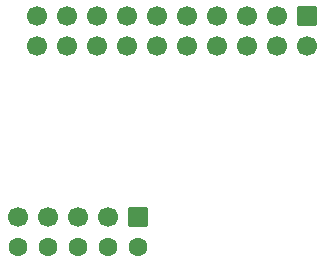
<source format=gbs>
%TF.GenerationSoftware,KiCad,Pcbnew,8.0.8*%
%TF.CreationDate,2025-02-20T14:02:34+09:00*%
%TF.ProjectId,CABLE-ADAPTER-SEGGER,4341424c-452d-4414-9441-505445522d53,rev?*%
%TF.SameCoordinates,PX3938700PY42c1d80*%
%TF.FileFunction,Soldermask,Bot*%
%TF.FilePolarity,Negative*%
%FSLAX46Y46*%
G04 Gerber Fmt 4.6, Leading zero omitted, Abs format (unit mm)*
G04 Created by KiCad (PCBNEW 8.0.8) date 2025-02-20 14:02:34*
%MOMM*%
%LPD*%
G01*
G04 APERTURE LIST*
G04 Aperture macros list*
%AMRoundRect*
0 Rectangle with rounded corners*
0 $1 Rounding radius*
0 $2 $3 $4 $5 $6 $7 $8 $9 X,Y pos of 4 corners*
0 Add a 4 corners polygon primitive as box body*
4,1,4,$2,$3,$4,$5,$6,$7,$8,$9,$2,$3,0*
0 Add four circle primitives for the rounded corners*
1,1,$1+$1,$2,$3*
1,1,$1+$1,$4,$5*
1,1,$1+$1,$6,$7*
1,1,$1+$1,$8,$9*
0 Add four rect primitives between the rounded corners*
20,1,$1+$1,$2,$3,$4,$5,0*
20,1,$1+$1,$4,$5,$6,$7,0*
20,1,$1+$1,$6,$7,$8,$9,0*
20,1,$1+$1,$8,$9,$2,$3,0*%
G04 Aperture macros list end*
%ADD10RoundRect,0.050000X0.800000X0.800000X-0.800000X0.800000X-0.800000X-0.800000X0.800000X-0.800000X0*%
%ADD11C,1.600000*%
%ADD12C,1.700000*%
%ADD13RoundRect,0.100000X0.750000X0.750000X-0.750000X0.750000X-0.750000X-0.750000X0.750000X-0.750000X0*%
G04 APERTURE END LIST*
D10*
%TO.C,CN3*%
X17080000Y7270000D03*
D11*
X17080000Y4730000D03*
D12*
X14540000Y7270000D03*
D11*
X14540000Y4730000D03*
D12*
X12000000Y7270000D03*
D11*
X12000000Y4730000D03*
D12*
X9460000Y7270000D03*
D11*
X9460000Y4730000D03*
D12*
X6920000Y7270000D03*
D11*
X6920000Y4730000D03*
%TD*%
D13*
%TO.C,CN1*%
X31430000Y24270000D03*
D12*
X31430000Y21730000D03*
X28890000Y24270000D03*
X28890000Y21730000D03*
X26350000Y24270000D03*
X26350000Y21730000D03*
X23810000Y24270000D03*
X23810000Y21730000D03*
X21270000Y24270000D03*
X21270000Y21730000D03*
X18730000Y24270000D03*
X18730000Y21730000D03*
X16190000Y24270000D03*
X16190000Y21730000D03*
X13650000Y24270000D03*
X13650000Y21730000D03*
X11110000Y24270000D03*
X11110000Y21730000D03*
X8570000Y24270000D03*
X8570000Y21730000D03*
%TD*%
M02*

</source>
